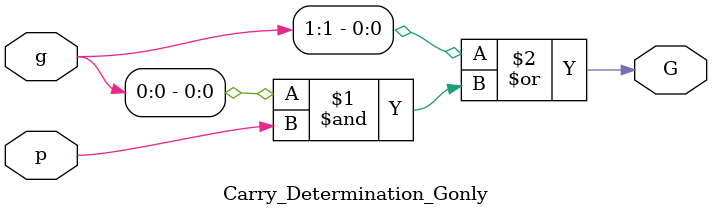
<source format=v>
`timescale 1ns / 1ps

module Carry_Determination_Gonly(
    input [1:0] g,
    input p,
    output G
    );
assign G = g[1] | g[0]&p ;
endmodule

</source>
